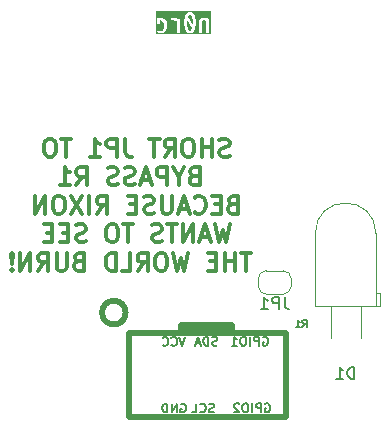
<source format=gbo>
%TF.GenerationSoftware,KiCad,Pcbnew,(6.0.0)*%
%TF.CreationDate,2022-01-13T20:13:23-06:00*%
%TF.ProjectId,DieHardSAO,44696548-6172-4645-9341-4f2e6b696361,rev?*%
%TF.SameCoordinates,Original*%
%TF.FileFunction,Legend,Bot*%
%TF.FilePolarity,Positive*%
%FSLAX46Y46*%
G04 Gerber Fmt 4.6, Leading zero omitted, Abs format (unit mm)*
G04 Created by KiCad (PCBNEW (6.0.0)) date 2022-01-13 20:13:23*
%MOMM*%
%LPD*%
G01*
G04 APERTURE LIST*
%ADD10C,0.300000*%
%ADD11C,0.127000*%
%ADD12C,0.150000*%
%ADD13C,0.120000*%
%ADD14C,0.500000*%
G04 APERTURE END LIST*
D10*
X110928571Y-89527142D02*
X110714285Y-89598571D01*
X110357142Y-89598571D01*
X110214285Y-89527142D01*
X110142857Y-89455714D01*
X110071428Y-89312857D01*
X110071428Y-89170000D01*
X110142857Y-89027142D01*
X110214285Y-88955714D01*
X110357142Y-88884285D01*
X110642857Y-88812857D01*
X110785714Y-88741428D01*
X110857142Y-88670000D01*
X110928571Y-88527142D01*
X110928571Y-88384285D01*
X110857142Y-88241428D01*
X110785714Y-88170000D01*
X110642857Y-88098571D01*
X110285714Y-88098571D01*
X110071428Y-88170000D01*
X109428571Y-89598571D02*
X109428571Y-88098571D01*
X109428571Y-88812857D02*
X108571428Y-88812857D01*
X108571428Y-89598571D02*
X108571428Y-88098571D01*
X107571428Y-88098571D02*
X107285714Y-88098571D01*
X107142857Y-88170000D01*
X107000000Y-88312857D01*
X106928571Y-88598571D01*
X106928571Y-89098571D01*
X107000000Y-89384285D01*
X107142857Y-89527142D01*
X107285714Y-89598571D01*
X107571428Y-89598571D01*
X107714285Y-89527142D01*
X107857142Y-89384285D01*
X107928571Y-89098571D01*
X107928571Y-88598571D01*
X107857142Y-88312857D01*
X107714285Y-88170000D01*
X107571428Y-88098571D01*
X105428571Y-89598571D02*
X105928571Y-88884285D01*
X106285714Y-89598571D02*
X106285714Y-88098571D01*
X105714285Y-88098571D01*
X105571428Y-88170000D01*
X105500000Y-88241428D01*
X105428571Y-88384285D01*
X105428571Y-88598571D01*
X105500000Y-88741428D01*
X105571428Y-88812857D01*
X105714285Y-88884285D01*
X106285714Y-88884285D01*
X105000000Y-88098571D02*
X104142857Y-88098571D01*
X104571428Y-89598571D02*
X104571428Y-88098571D01*
X102071428Y-88098571D02*
X102071428Y-89170000D01*
X102142857Y-89384285D01*
X102285714Y-89527142D01*
X102500000Y-89598571D01*
X102642857Y-89598571D01*
X101357142Y-89598571D02*
X101357142Y-88098571D01*
X100785714Y-88098571D01*
X100642857Y-88170000D01*
X100571428Y-88241428D01*
X100500000Y-88384285D01*
X100500000Y-88598571D01*
X100571428Y-88741428D01*
X100642857Y-88812857D01*
X100785714Y-88884285D01*
X101357142Y-88884285D01*
X99071428Y-89598571D02*
X99928571Y-89598571D01*
X99500000Y-89598571D02*
X99500000Y-88098571D01*
X99642857Y-88312857D01*
X99785714Y-88455714D01*
X99928571Y-88527142D01*
X97500000Y-88098571D02*
X96642857Y-88098571D01*
X97071428Y-89598571D02*
X97071428Y-88098571D01*
X95857142Y-88098571D02*
X95571428Y-88098571D01*
X95428571Y-88170000D01*
X95285714Y-88312857D01*
X95214285Y-88598571D01*
X95214285Y-89098571D01*
X95285714Y-89384285D01*
X95428571Y-89527142D01*
X95571428Y-89598571D01*
X95857142Y-89598571D01*
X96000000Y-89527142D01*
X96142857Y-89384285D01*
X96214285Y-89098571D01*
X96214285Y-88598571D01*
X96142857Y-88312857D01*
X96000000Y-88170000D01*
X95857142Y-88098571D01*
X107892857Y-91227857D02*
X107678571Y-91299285D01*
X107607142Y-91370714D01*
X107535714Y-91513571D01*
X107535714Y-91727857D01*
X107607142Y-91870714D01*
X107678571Y-91942142D01*
X107821428Y-92013571D01*
X108392857Y-92013571D01*
X108392857Y-90513571D01*
X107892857Y-90513571D01*
X107750000Y-90585000D01*
X107678571Y-90656428D01*
X107607142Y-90799285D01*
X107607142Y-90942142D01*
X107678571Y-91085000D01*
X107750000Y-91156428D01*
X107892857Y-91227857D01*
X108392857Y-91227857D01*
X106607142Y-91299285D02*
X106607142Y-92013571D01*
X107107142Y-90513571D02*
X106607142Y-91299285D01*
X106107142Y-90513571D01*
X105607142Y-92013571D02*
X105607142Y-90513571D01*
X105035714Y-90513571D01*
X104892857Y-90585000D01*
X104821428Y-90656428D01*
X104750000Y-90799285D01*
X104750000Y-91013571D01*
X104821428Y-91156428D01*
X104892857Y-91227857D01*
X105035714Y-91299285D01*
X105607142Y-91299285D01*
X104178571Y-91585000D02*
X103464285Y-91585000D01*
X104321428Y-92013571D02*
X103821428Y-90513571D01*
X103321428Y-92013571D01*
X102892857Y-91942142D02*
X102678571Y-92013571D01*
X102321428Y-92013571D01*
X102178571Y-91942142D01*
X102107142Y-91870714D01*
X102035714Y-91727857D01*
X102035714Y-91585000D01*
X102107142Y-91442142D01*
X102178571Y-91370714D01*
X102321428Y-91299285D01*
X102607142Y-91227857D01*
X102750000Y-91156428D01*
X102821428Y-91085000D01*
X102892857Y-90942142D01*
X102892857Y-90799285D01*
X102821428Y-90656428D01*
X102750000Y-90585000D01*
X102607142Y-90513571D01*
X102250000Y-90513571D01*
X102035714Y-90585000D01*
X101464285Y-91942142D02*
X101250000Y-92013571D01*
X100892857Y-92013571D01*
X100750000Y-91942142D01*
X100678571Y-91870714D01*
X100607142Y-91727857D01*
X100607142Y-91585000D01*
X100678571Y-91442142D01*
X100750000Y-91370714D01*
X100892857Y-91299285D01*
X101178571Y-91227857D01*
X101321428Y-91156428D01*
X101392857Y-91085000D01*
X101464285Y-90942142D01*
X101464285Y-90799285D01*
X101392857Y-90656428D01*
X101321428Y-90585000D01*
X101178571Y-90513571D01*
X100821428Y-90513571D01*
X100607142Y-90585000D01*
X97964285Y-92013571D02*
X98464285Y-91299285D01*
X98821428Y-92013571D02*
X98821428Y-90513571D01*
X98250000Y-90513571D01*
X98107142Y-90585000D01*
X98035714Y-90656428D01*
X97964285Y-90799285D01*
X97964285Y-91013571D01*
X98035714Y-91156428D01*
X98107142Y-91227857D01*
X98250000Y-91299285D01*
X98821428Y-91299285D01*
X96535714Y-92013571D02*
X97392857Y-92013571D01*
X96964285Y-92013571D02*
X96964285Y-90513571D01*
X97107142Y-90727857D01*
X97250000Y-90870714D01*
X97392857Y-90942142D01*
X111178571Y-93642857D02*
X110964285Y-93714285D01*
X110892857Y-93785714D01*
X110821428Y-93928571D01*
X110821428Y-94142857D01*
X110892857Y-94285714D01*
X110964285Y-94357142D01*
X111107142Y-94428571D01*
X111678571Y-94428571D01*
X111678571Y-92928571D01*
X111178571Y-92928571D01*
X111035714Y-93000000D01*
X110964285Y-93071428D01*
X110892857Y-93214285D01*
X110892857Y-93357142D01*
X110964285Y-93500000D01*
X111035714Y-93571428D01*
X111178571Y-93642857D01*
X111678571Y-93642857D01*
X110178571Y-93642857D02*
X109678571Y-93642857D01*
X109464285Y-94428571D02*
X110178571Y-94428571D01*
X110178571Y-92928571D01*
X109464285Y-92928571D01*
X107964285Y-94285714D02*
X108035714Y-94357142D01*
X108250000Y-94428571D01*
X108392857Y-94428571D01*
X108607142Y-94357142D01*
X108750000Y-94214285D01*
X108821428Y-94071428D01*
X108892857Y-93785714D01*
X108892857Y-93571428D01*
X108821428Y-93285714D01*
X108750000Y-93142857D01*
X108607142Y-93000000D01*
X108392857Y-92928571D01*
X108250000Y-92928571D01*
X108035714Y-93000000D01*
X107964285Y-93071428D01*
X107392857Y-94000000D02*
X106678571Y-94000000D01*
X107535714Y-94428571D02*
X107035714Y-92928571D01*
X106535714Y-94428571D01*
X106035714Y-92928571D02*
X106035714Y-94142857D01*
X105964285Y-94285714D01*
X105892857Y-94357142D01*
X105750000Y-94428571D01*
X105464285Y-94428571D01*
X105321428Y-94357142D01*
X105250000Y-94285714D01*
X105178571Y-94142857D01*
X105178571Y-92928571D01*
X104535714Y-94357142D02*
X104321428Y-94428571D01*
X103964285Y-94428571D01*
X103821428Y-94357142D01*
X103750000Y-94285714D01*
X103678571Y-94142857D01*
X103678571Y-94000000D01*
X103750000Y-93857142D01*
X103821428Y-93785714D01*
X103964285Y-93714285D01*
X104250000Y-93642857D01*
X104392857Y-93571428D01*
X104464285Y-93500000D01*
X104535714Y-93357142D01*
X104535714Y-93214285D01*
X104464285Y-93071428D01*
X104392857Y-93000000D01*
X104250000Y-92928571D01*
X103892857Y-92928571D01*
X103678571Y-93000000D01*
X103035714Y-93642857D02*
X102535714Y-93642857D01*
X102321428Y-94428571D02*
X103035714Y-94428571D01*
X103035714Y-92928571D01*
X102321428Y-92928571D01*
X99678571Y-94428571D02*
X100178571Y-93714285D01*
X100535714Y-94428571D02*
X100535714Y-92928571D01*
X99964285Y-92928571D01*
X99821428Y-93000000D01*
X99750000Y-93071428D01*
X99678571Y-93214285D01*
X99678571Y-93428571D01*
X99750000Y-93571428D01*
X99821428Y-93642857D01*
X99964285Y-93714285D01*
X100535714Y-93714285D01*
X99035714Y-94428571D02*
X99035714Y-92928571D01*
X98464285Y-92928571D02*
X97464285Y-94428571D01*
X97464285Y-92928571D02*
X98464285Y-94428571D01*
X96607142Y-92928571D02*
X96321428Y-92928571D01*
X96178571Y-93000000D01*
X96035714Y-93142857D01*
X95964285Y-93428571D01*
X95964285Y-93928571D01*
X96035714Y-94214285D01*
X96178571Y-94357142D01*
X96321428Y-94428571D01*
X96607142Y-94428571D01*
X96750000Y-94357142D01*
X96892857Y-94214285D01*
X96964285Y-93928571D01*
X96964285Y-93428571D01*
X96892857Y-93142857D01*
X96750000Y-93000000D01*
X96607142Y-92928571D01*
X95321428Y-94428571D02*
X95321428Y-92928571D01*
X94464285Y-94428571D01*
X94464285Y-92928571D01*
X111000000Y-95343571D02*
X110642857Y-96843571D01*
X110357142Y-95772142D01*
X110071428Y-96843571D01*
X109714285Y-95343571D01*
X109214285Y-96415000D02*
X108500000Y-96415000D01*
X109357142Y-96843571D02*
X108857142Y-95343571D01*
X108357142Y-96843571D01*
X107857142Y-96843571D02*
X107857142Y-95343571D01*
X107000000Y-96843571D01*
X107000000Y-95343571D01*
X106500000Y-95343571D02*
X105642857Y-95343571D01*
X106071428Y-96843571D02*
X106071428Y-95343571D01*
X105214285Y-96772142D02*
X105000000Y-96843571D01*
X104642857Y-96843571D01*
X104500000Y-96772142D01*
X104428571Y-96700714D01*
X104357142Y-96557857D01*
X104357142Y-96415000D01*
X104428571Y-96272142D01*
X104500000Y-96200714D01*
X104642857Y-96129285D01*
X104928571Y-96057857D01*
X105071428Y-95986428D01*
X105142857Y-95915000D01*
X105214285Y-95772142D01*
X105214285Y-95629285D01*
X105142857Y-95486428D01*
X105071428Y-95415000D01*
X104928571Y-95343571D01*
X104571428Y-95343571D01*
X104357142Y-95415000D01*
X102785714Y-95343571D02*
X101928571Y-95343571D01*
X102357142Y-96843571D02*
X102357142Y-95343571D01*
X101142857Y-95343571D02*
X100857142Y-95343571D01*
X100714285Y-95415000D01*
X100571428Y-95557857D01*
X100500000Y-95843571D01*
X100500000Y-96343571D01*
X100571428Y-96629285D01*
X100714285Y-96772142D01*
X100857142Y-96843571D01*
X101142857Y-96843571D01*
X101285714Y-96772142D01*
X101428571Y-96629285D01*
X101500000Y-96343571D01*
X101500000Y-95843571D01*
X101428571Y-95557857D01*
X101285714Y-95415000D01*
X101142857Y-95343571D01*
X98785714Y-96772142D02*
X98571428Y-96843571D01*
X98214285Y-96843571D01*
X98071428Y-96772142D01*
X98000000Y-96700714D01*
X97928571Y-96557857D01*
X97928571Y-96415000D01*
X98000000Y-96272142D01*
X98071428Y-96200714D01*
X98214285Y-96129285D01*
X98500000Y-96057857D01*
X98642857Y-95986428D01*
X98714285Y-95915000D01*
X98785714Y-95772142D01*
X98785714Y-95629285D01*
X98714285Y-95486428D01*
X98642857Y-95415000D01*
X98500000Y-95343571D01*
X98142857Y-95343571D01*
X97928571Y-95415000D01*
X97285714Y-96057857D02*
X96785714Y-96057857D01*
X96571428Y-96843571D02*
X97285714Y-96843571D01*
X97285714Y-95343571D01*
X96571428Y-95343571D01*
X95928571Y-96057857D02*
X95428571Y-96057857D01*
X95214285Y-96843571D02*
X95928571Y-96843571D01*
X95928571Y-95343571D01*
X95214285Y-95343571D01*
X112714285Y-97758571D02*
X111857142Y-97758571D01*
X112285714Y-99258571D02*
X112285714Y-97758571D01*
X111357142Y-99258571D02*
X111357142Y-97758571D01*
X111357142Y-98472857D02*
X110500000Y-98472857D01*
X110500000Y-99258571D02*
X110500000Y-97758571D01*
X109785714Y-98472857D02*
X109285714Y-98472857D01*
X109071428Y-99258571D02*
X109785714Y-99258571D01*
X109785714Y-97758571D01*
X109071428Y-97758571D01*
X107428571Y-97758571D02*
X107071428Y-99258571D01*
X106785714Y-98187142D01*
X106500000Y-99258571D01*
X106142857Y-97758571D01*
X105285714Y-97758571D02*
X105000000Y-97758571D01*
X104857142Y-97830000D01*
X104714285Y-97972857D01*
X104642857Y-98258571D01*
X104642857Y-98758571D01*
X104714285Y-99044285D01*
X104857142Y-99187142D01*
X105000000Y-99258571D01*
X105285714Y-99258571D01*
X105428571Y-99187142D01*
X105571428Y-99044285D01*
X105642857Y-98758571D01*
X105642857Y-98258571D01*
X105571428Y-97972857D01*
X105428571Y-97830000D01*
X105285714Y-97758571D01*
X103142857Y-99258571D02*
X103642857Y-98544285D01*
X104000000Y-99258571D02*
X104000000Y-97758571D01*
X103428571Y-97758571D01*
X103285714Y-97830000D01*
X103214285Y-97901428D01*
X103142857Y-98044285D01*
X103142857Y-98258571D01*
X103214285Y-98401428D01*
X103285714Y-98472857D01*
X103428571Y-98544285D01*
X104000000Y-98544285D01*
X101785714Y-99258571D02*
X102500000Y-99258571D01*
X102500000Y-97758571D01*
X101285714Y-99258571D02*
X101285714Y-97758571D01*
X100928571Y-97758571D01*
X100714285Y-97830000D01*
X100571428Y-97972857D01*
X100500000Y-98115714D01*
X100428571Y-98401428D01*
X100428571Y-98615714D01*
X100500000Y-98901428D01*
X100571428Y-99044285D01*
X100714285Y-99187142D01*
X100928571Y-99258571D01*
X101285714Y-99258571D01*
X98142857Y-98472857D02*
X97928571Y-98544285D01*
X97857142Y-98615714D01*
X97785714Y-98758571D01*
X97785714Y-98972857D01*
X97857142Y-99115714D01*
X97928571Y-99187142D01*
X98071428Y-99258571D01*
X98642857Y-99258571D01*
X98642857Y-97758571D01*
X98142857Y-97758571D01*
X98000000Y-97830000D01*
X97928571Y-97901428D01*
X97857142Y-98044285D01*
X97857142Y-98187142D01*
X97928571Y-98330000D01*
X98000000Y-98401428D01*
X98142857Y-98472857D01*
X98642857Y-98472857D01*
X97142857Y-97758571D02*
X97142857Y-98972857D01*
X97071428Y-99115714D01*
X97000000Y-99187142D01*
X96857142Y-99258571D01*
X96571428Y-99258571D01*
X96428571Y-99187142D01*
X96357142Y-99115714D01*
X96285714Y-98972857D01*
X96285714Y-97758571D01*
X94714285Y-99258571D02*
X95214285Y-98544285D01*
X95571428Y-99258571D02*
X95571428Y-97758571D01*
X95000000Y-97758571D01*
X94857142Y-97830000D01*
X94785714Y-97901428D01*
X94714285Y-98044285D01*
X94714285Y-98258571D01*
X94785714Y-98401428D01*
X94857142Y-98472857D01*
X95000000Y-98544285D01*
X95571428Y-98544285D01*
X94071428Y-99258571D02*
X94071428Y-97758571D01*
X93214285Y-99258571D01*
X93214285Y-97758571D01*
X92500000Y-99115714D02*
X92428571Y-99187142D01*
X92500000Y-99258571D01*
X92571428Y-99187142D01*
X92500000Y-99115714D01*
X92500000Y-99258571D01*
X92500000Y-98687142D02*
X92571428Y-97830000D01*
X92500000Y-97758571D01*
X92428571Y-97830000D01*
X92500000Y-98687142D01*
X92500000Y-97758571D01*
D11*
%TO.C,R1*%
X117101600Y-104025771D02*
X117304800Y-103735485D01*
X117449942Y-104025771D02*
X117449942Y-103416171D01*
X117217714Y-103416171D01*
X117159657Y-103445200D01*
X117130628Y-103474228D01*
X117101600Y-103532285D01*
X117101600Y-103619371D01*
X117130628Y-103677428D01*
X117159657Y-103706457D01*
X117217714Y-103735485D01*
X117449942Y-103735485D01*
X116521028Y-104025771D02*
X116869371Y-104025771D01*
X116695200Y-104025771D02*
X116695200Y-103416171D01*
X116753257Y-103503257D01*
X116811314Y-103561314D01*
X116869371Y-103590342D01*
D12*
%TO.C,D1*%
X121483095Y-108412380D02*
X121483095Y-107412380D01*
X121245000Y-107412380D01*
X121102142Y-107460000D01*
X121006904Y-107555238D01*
X120959285Y-107650476D01*
X120911666Y-107840952D01*
X120911666Y-107983809D01*
X120959285Y-108174285D01*
X121006904Y-108269523D01*
X121102142Y-108364761D01*
X121245000Y-108412380D01*
X121483095Y-108412380D01*
X119959285Y-108412380D02*
X120530714Y-108412380D01*
X120245000Y-108412380D02*
X120245000Y-107412380D01*
X120340238Y-107555238D01*
X120435476Y-107650476D01*
X120530714Y-107698095D01*
%TO.C,JP1*%
X115583333Y-101502380D02*
X115583333Y-102216666D01*
X115630952Y-102359523D01*
X115726190Y-102454761D01*
X115869047Y-102502380D01*
X115964285Y-102502380D01*
X115107142Y-102502380D02*
X115107142Y-101502380D01*
X114726190Y-101502380D01*
X114630952Y-101550000D01*
X114583333Y-101597619D01*
X114535714Y-101692857D01*
X114535714Y-101835714D01*
X114583333Y-101930952D01*
X114630952Y-101978571D01*
X114726190Y-102026190D01*
X115107142Y-102026190D01*
X113583333Y-102502380D02*
X114154761Y-102502380D01*
X113869047Y-102502380D02*
X113869047Y-101502380D01*
X113964285Y-101645238D01*
X114059523Y-101740476D01*
X114154761Y-101788095D01*
%TO.C,X1*%
X113946542Y-110516600D02*
X114017971Y-110480885D01*
X114125114Y-110480885D01*
X114232257Y-110516600D01*
X114303685Y-110588028D01*
X114339400Y-110659457D01*
X114375114Y-110802314D01*
X114375114Y-110909457D01*
X114339400Y-111052314D01*
X114303685Y-111123742D01*
X114232257Y-111195171D01*
X114125114Y-111230885D01*
X114053685Y-111230885D01*
X113946542Y-111195171D01*
X113910828Y-111159457D01*
X113910828Y-110909457D01*
X114053685Y-110909457D01*
X113589400Y-111230885D02*
X113589400Y-110480885D01*
X113303685Y-110480885D01*
X113232257Y-110516600D01*
X113196542Y-110552314D01*
X113160828Y-110623742D01*
X113160828Y-110730885D01*
X113196542Y-110802314D01*
X113232257Y-110838028D01*
X113303685Y-110873742D01*
X113589400Y-110873742D01*
X112839400Y-111230885D02*
X112839400Y-110480885D01*
X112339400Y-110480885D02*
X112196542Y-110480885D01*
X112125114Y-110516600D01*
X112053685Y-110588028D01*
X112017971Y-110730885D01*
X112017971Y-110980885D01*
X112053685Y-111123742D01*
X112125114Y-111195171D01*
X112196542Y-111230885D01*
X112339400Y-111230885D01*
X112410828Y-111195171D01*
X112482257Y-111123742D01*
X112517971Y-110980885D01*
X112517971Y-110730885D01*
X112482257Y-110588028D01*
X112410828Y-110516600D01*
X112339400Y-110480885D01*
X111732257Y-110552314D02*
X111696542Y-110516600D01*
X111625114Y-110480885D01*
X111446542Y-110480885D01*
X111375114Y-110516600D01*
X111339400Y-110552314D01*
X111303685Y-110623742D01*
X111303685Y-110695171D01*
X111339400Y-110802314D01*
X111767971Y-111230885D01*
X111303685Y-111230885D01*
X109889314Y-105556371D02*
X109782171Y-105592085D01*
X109603600Y-105592085D01*
X109532171Y-105556371D01*
X109496457Y-105520657D01*
X109460742Y-105449228D01*
X109460742Y-105377800D01*
X109496457Y-105306371D01*
X109532171Y-105270657D01*
X109603600Y-105234942D01*
X109746457Y-105199228D01*
X109817885Y-105163514D01*
X109853600Y-105127800D01*
X109889314Y-105056371D01*
X109889314Y-104984942D01*
X109853600Y-104913514D01*
X109817885Y-104877800D01*
X109746457Y-104842085D01*
X109567885Y-104842085D01*
X109460742Y-104877800D01*
X109139314Y-105592085D02*
X109139314Y-104842085D01*
X108960742Y-104842085D01*
X108853600Y-104877800D01*
X108782171Y-104949228D01*
X108746457Y-105020657D01*
X108710742Y-105163514D01*
X108710742Y-105270657D01*
X108746457Y-105413514D01*
X108782171Y-105484942D01*
X108853600Y-105556371D01*
X108960742Y-105592085D01*
X109139314Y-105592085D01*
X108425028Y-105377800D02*
X108067885Y-105377800D01*
X108496457Y-105592085D02*
X108246457Y-104842085D01*
X107996457Y-105592085D01*
X107184600Y-104867485D02*
X106934600Y-105617485D01*
X106684600Y-104867485D01*
X106006028Y-105546057D02*
X106041742Y-105581771D01*
X106148885Y-105617485D01*
X106220314Y-105617485D01*
X106327457Y-105581771D01*
X106398885Y-105510342D01*
X106434600Y-105438914D01*
X106470314Y-105296057D01*
X106470314Y-105188914D01*
X106434600Y-105046057D01*
X106398885Y-104974628D01*
X106327457Y-104903200D01*
X106220314Y-104867485D01*
X106148885Y-104867485D01*
X106041742Y-104903200D01*
X106006028Y-104938914D01*
X105256028Y-105546057D02*
X105291742Y-105581771D01*
X105398885Y-105617485D01*
X105470314Y-105617485D01*
X105577457Y-105581771D01*
X105648885Y-105510342D01*
X105684600Y-105438914D01*
X105720314Y-105296057D01*
X105720314Y-105188914D01*
X105684600Y-105046057D01*
X105648885Y-104974628D01*
X105577457Y-104903200D01*
X105470314Y-104867485D01*
X105398885Y-104867485D01*
X105291742Y-104903200D01*
X105256028Y-104938914D01*
X113768742Y-104877800D02*
X113840171Y-104842085D01*
X113947314Y-104842085D01*
X114054457Y-104877800D01*
X114125885Y-104949228D01*
X114161600Y-105020657D01*
X114197314Y-105163514D01*
X114197314Y-105270657D01*
X114161600Y-105413514D01*
X114125885Y-105484942D01*
X114054457Y-105556371D01*
X113947314Y-105592085D01*
X113875885Y-105592085D01*
X113768742Y-105556371D01*
X113733028Y-105520657D01*
X113733028Y-105270657D01*
X113875885Y-105270657D01*
X113411600Y-105592085D02*
X113411600Y-104842085D01*
X113125885Y-104842085D01*
X113054457Y-104877800D01*
X113018742Y-104913514D01*
X112983028Y-104984942D01*
X112983028Y-105092085D01*
X113018742Y-105163514D01*
X113054457Y-105199228D01*
X113125885Y-105234942D01*
X113411600Y-105234942D01*
X112661600Y-105592085D02*
X112661600Y-104842085D01*
X112161600Y-104842085D02*
X112018742Y-104842085D01*
X111947314Y-104877800D01*
X111875885Y-104949228D01*
X111840171Y-105092085D01*
X111840171Y-105342085D01*
X111875885Y-105484942D01*
X111947314Y-105556371D01*
X112018742Y-105592085D01*
X112161600Y-105592085D01*
X112233028Y-105556371D01*
X112304457Y-105484942D01*
X112340171Y-105342085D01*
X112340171Y-105092085D01*
X112304457Y-104949228D01*
X112233028Y-104877800D01*
X112161600Y-104842085D01*
X111125885Y-105592085D02*
X111554457Y-105592085D01*
X111340171Y-105592085D02*
X111340171Y-104842085D01*
X111411600Y-104949228D01*
X111483028Y-105020657D01*
X111554457Y-105056371D01*
X109617457Y-111220571D02*
X109510314Y-111256285D01*
X109331742Y-111256285D01*
X109260314Y-111220571D01*
X109224600Y-111184857D01*
X109188885Y-111113428D01*
X109188885Y-111042000D01*
X109224600Y-110970571D01*
X109260314Y-110934857D01*
X109331742Y-110899142D01*
X109474600Y-110863428D01*
X109546028Y-110827714D01*
X109581742Y-110792000D01*
X109617457Y-110720571D01*
X109617457Y-110649142D01*
X109581742Y-110577714D01*
X109546028Y-110542000D01*
X109474600Y-110506285D01*
X109296028Y-110506285D01*
X109188885Y-110542000D01*
X108438885Y-111184857D02*
X108474600Y-111220571D01*
X108581742Y-111256285D01*
X108653171Y-111256285D01*
X108760314Y-111220571D01*
X108831742Y-111149142D01*
X108867457Y-111077714D01*
X108903171Y-110934857D01*
X108903171Y-110827714D01*
X108867457Y-110684857D01*
X108831742Y-110613428D01*
X108760314Y-110542000D01*
X108653171Y-110506285D01*
X108581742Y-110506285D01*
X108474600Y-110542000D01*
X108438885Y-110577714D01*
X107760314Y-111256285D02*
X108117457Y-111256285D01*
X108117457Y-110506285D01*
X106806828Y-110542000D02*
X106878257Y-110506285D01*
X106985400Y-110506285D01*
X107092542Y-110542000D01*
X107163971Y-110613428D01*
X107199685Y-110684857D01*
X107235400Y-110827714D01*
X107235400Y-110934857D01*
X107199685Y-111077714D01*
X107163971Y-111149142D01*
X107092542Y-111220571D01*
X106985400Y-111256285D01*
X106913971Y-111256285D01*
X106806828Y-111220571D01*
X106771114Y-111184857D01*
X106771114Y-110934857D01*
X106913971Y-110934857D01*
X106449685Y-111256285D02*
X106449685Y-110506285D01*
X106021114Y-111256285D01*
X106021114Y-110506285D01*
X105663971Y-111256285D02*
X105663971Y-110506285D01*
X105485400Y-110506285D01*
X105378257Y-110542000D01*
X105306828Y-110613428D01*
X105271114Y-110684857D01*
X105235400Y-110827714D01*
X105235400Y-110934857D01*
X105271114Y-111077714D01*
X105306828Y-111149142D01*
X105378257Y-111220571D01*
X105485400Y-111256285D01*
X105663971Y-111256285D01*
%TO.C,kibuzzard-61DF9C8F*%
G36*
X104683837Y-77257812D02*
G01*
X109316163Y-77257812D01*
X109316163Y-79242188D01*
X104683837Y-79242188D01*
X104683837Y-78333344D01*
X104783056Y-78333344D01*
X105033087Y-78333344D01*
X105033087Y-78059500D01*
X105097381Y-78052356D01*
X105218230Y-78080634D01*
X105309312Y-78165466D01*
X105366462Y-78305662D01*
X105385512Y-78500031D01*
X105363486Y-78700056D01*
X105297406Y-78842931D01*
X105193227Y-78928656D01*
X105056900Y-78957231D01*
X104928312Y-78939967D01*
X104794962Y-78888175D01*
X104794962Y-79083438D01*
X104938433Y-79128086D01*
X105087856Y-79142969D01*
X105253750Y-79124977D01*
X105392656Y-79071002D01*
X105504575Y-78981044D01*
X105586596Y-78855631D01*
X105635808Y-78695294D01*
X105652212Y-78500031D01*
X105640792Y-78329456D01*
X105606531Y-78185123D01*
X105549430Y-78067033D01*
X105469488Y-77975184D01*
X105366705Y-77909578D01*
X105241082Y-77870215D01*
X105092619Y-77857094D01*
X105961775Y-77857094D01*
X105961775Y-78054737D01*
X106144073Y-78062410D01*
X106319492Y-78085429D01*
X106488031Y-78123794D01*
X106485650Y-79119156D01*
X106747588Y-79119156D01*
X106747588Y-78250000D01*
X107097631Y-78250000D01*
X107103849Y-78461270D01*
X107122502Y-78641054D01*
X107153591Y-78789353D01*
X107220563Y-78957827D01*
X107309563Y-79065578D01*
X107425648Y-79123621D01*
X107573881Y-79142969D01*
X107722114Y-79123621D01*
X107731044Y-79119156D01*
X108312069Y-79119156D01*
X108569244Y-79119156D01*
X108569244Y-78273813D01*
X108616869Y-78099981D01*
X108793081Y-78052356D01*
X108955006Y-78104744D01*
X108955006Y-79119156D01*
X109216944Y-79119156D01*
X109216944Y-77957106D01*
X109092325Y-77901544D01*
X108953419Y-77868206D01*
X108800225Y-77857094D01*
X108627849Y-77866883D01*
X108498071Y-77896252D01*
X108410891Y-77945200D01*
X108336774Y-78074383D01*
X108312069Y-78285719D01*
X108312069Y-79119156D01*
X107731044Y-79119156D01*
X107838200Y-79065578D01*
X107927199Y-78957827D01*
X107994172Y-78789353D01*
X108025260Y-78641054D01*
X108043914Y-78461270D01*
X108050131Y-78250000D01*
X108043914Y-78038730D01*
X108025260Y-77858946D01*
X107994172Y-77710647D01*
X107927199Y-77542173D01*
X107838200Y-77434422D01*
X107722114Y-77376379D01*
X107573881Y-77357031D01*
X107425648Y-77376379D01*
X107309563Y-77434422D01*
X107220563Y-77542173D01*
X107153591Y-77710647D01*
X107122502Y-77858946D01*
X107103849Y-78038730D01*
X107097631Y-78250000D01*
X106747588Y-78250000D01*
X106747588Y-77980919D01*
X106595759Y-77936342D01*
X106441263Y-77901671D01*
X106284101Y-77876906D01*
X106124271Y-77862047D01*
X105961775Y-77857094D01*
X105092619Y-77857094D01*
X104929503Y-77869000D01*
X104783056Y-77904719D01*
X104783056Y-78333344D01*
X104683837Y-78333344D01*
X104683837Y-77257812D01*
G37*
G36*
X107766763Y-78726250D02*
G01*
X107692944Y-78894128D01*
X107573881Y-78942944D01*
X107448866Y-78888175D01*
X107406896Y-78808403D01*
X107373856Y-78678625D01*
X107357981Y-78562208D01*
X107348456Y-78419333D01*
X107345281Y-78250000D01*
X107347067Y-78120817D01*
X107352425Y-78009494D01*
X107766763Y-78726250D01*
G37*
G36*
X107698897Y-77611825D02*
G01*
X107740866Y-77691597D01*
X107773906Y-77821375D01*
X107789781Y-77937792D01*
X107799306Y-78080667D01*
X107802481Y-78250000D01*
X107797719Y-78447644D01*
X107390525Y-77740412D01*
X107461963Y-77598728D01*
X107573881Y-77557056D01*
X107698897Y-77611825D01*
G37*
D13*
%TO.C,D1*%
X122015000Y-104920000D02*
X122015000Y-104920000D01*
X122015000Y-102250000D02*
X122015000Y-104920000D01*
X122015000Y-102250000D02*
X122015000Y-102250000D01*
X122015000Y-104920000D02*
X122015000Y-102250000D01*
X119475000Y-104920000D02*
X119475000Y-104920000D01*
X119475000Y-102250000D02*
X119475000Y-104920000D01*
X119475000Y-102250000D02*
X119475000Y-102250000D01*
X119475000Y-104920000D02*
X119475000Y-102250000D01*
X123305000Y-102250000D02*
X123705000Y-102250000D01*
X123305000Y-101130000D02*
X123305000Y-102250000D01*
X123705000Y-101130000D02*
X123305000Y-101130000D01*
X123705000Y-102250000D02*
X123705000Y-101130000D01*
X118185000Y-102250000D02*
X123305000Y-102250000D01*
X123305000Y-102250000D02*
X123305000Y-96090000D01*
X118185000Y-102250000D02*
X118185000Y-96090000D01*
X123305000Y-96090000D02*
G75*
G03*
X118185000Y-96090000I-2560000J0D01*
G01*
%TO.C,JP1*%
X114050000Y-101250000D02*
X115450000Y-101250000D01*
X116150000Y-100550000D02*
X116150000Y-99950000D01*
X115450000Y-99250000D02*
X114050000Y-99250000D01*
X113350000Y-99950000D02*
X113350000Y-100550000D01*
X113350000Y-100550000D02*
G75*
G03*
X114050000Y-101250000I700000J0D01*
G01*
X114050000Y-99250000D02*
G75*
G03*
X113350000Y-99950000I0J-700000D01*
G01*
X116150000Y-99950000D02*
G75*
G03*
X115450000Y-99250000I-700000J0D01*
G01*
X115450000Y-101250000D02*
G75*
G03*
X116150000Y-100550000I0J700000D01*
G01*
D14*
%TO.C,X1*%
X102130000Y-102805000D02*
G75*
G03*
X102130000Y-102805000I-1000000J0D01*
G01*
X102400000Y-111628200D02*
X115735000Y-111628200D01*
X106845000Y-104262200D02*
X111163000Y-104262200D01*
X115735000Y-111628200D02*
X115735000Y-104516200D01*
X115608000Y-104516200D02*
X102400000Y-104516200D01*
X102400000Y-104516200D02*
X102400000Y-111628200D01*
X106845000Y-103881200D02*
X106845000Y-104389200D01*
X111163000Y-104389200D02*
X111163000Y-103881200D01*
X111163000Y-103881200D02*
X106845000Y-103881200D01*
%TD*%
M02*

</source>
